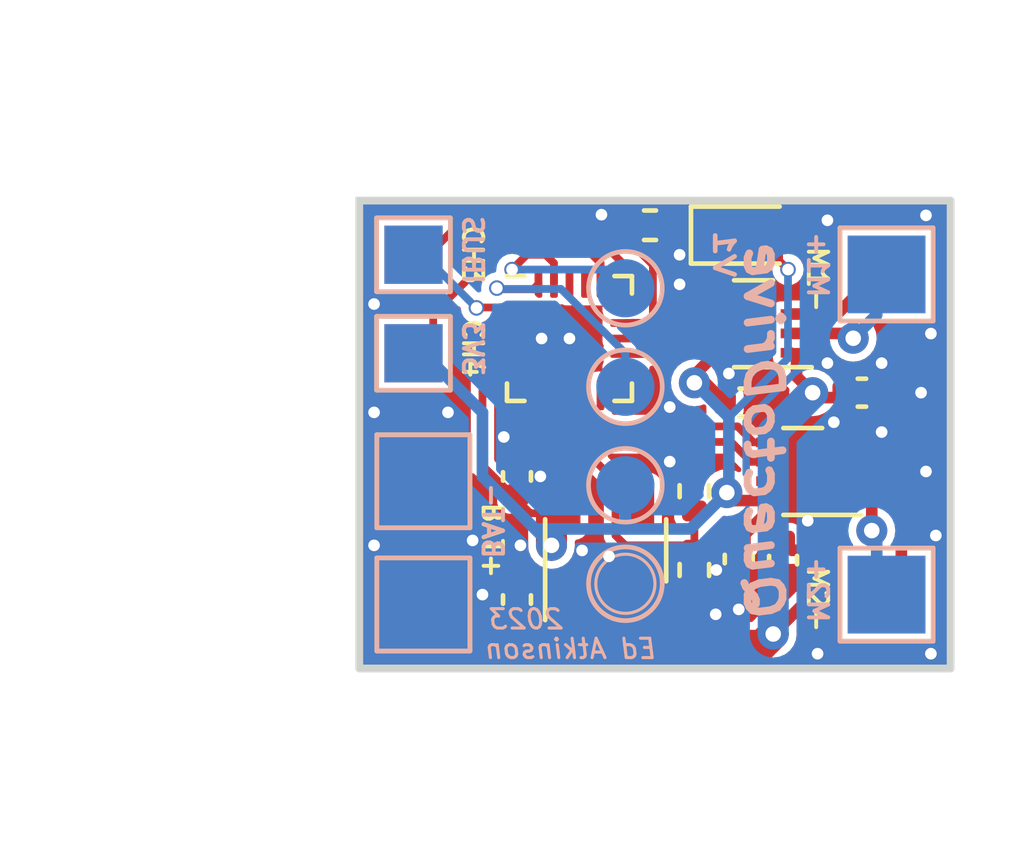
<source format=kicad_pcb>
(kicad_pcb (version 20221018) (generator pcbnew)
  (layers (0 "F.Cu" signal) (31 "B.Cu" signal) (34 "B.Paste" user) (35 "F.Paste" user) (36 "B.SilkS" user "B.Silkscreen") (37 "F.SilkS" user "F.Silkscreen") (38 "B.Mask" user) (39 "F.Mask" user) (44 "Edge.Cuts" user))
  (net 0 "")
  (net 1 "+BATT")
  (net 2 "GND")
  (net 3 "+3.3V")
  (net 4 "/UDPI")
  (net 5 "/IBUS")
  (net 6 "/M1+")
  (net 7 "/M1-")
  (net 8 "/M2+")
  (net 9 "/M2-")
  (net 10 "/IO_2")
  (net 11 "/IO_1")
  (net 12 "/MOT_2A")
  (net 13 "/MOT_1B")
  (net 14 "/MOT_1A")
  (net 15 "/MOT_2B")
  (net 21 "Net-(U2-PB0)")
  (net 24 "Net-(U2-PA4)")
  (net 26 "/DEBUG_TX")
  (net 27 "Net-(D1-K)")
  (footprint "Package_DFN_QFN:VQFN-20-1EP_3x3mm_P0.4mm_EP1.7x1.7mm" (layer "F.Cu") (at 95.587 84.201)
    (fp_text reference "U2" hide)
    (fp_text value "ATtiny1616-M")
    (fp_line (start -1.61 1.61) (end -1.61 1.16) (stroke (width 0.12)) (layer "F.SilkS"))
    (fp_line (start -1.16 -1.61) (end -1.61 -1.61) (stroke (width 0.12)) (layer "F.SilkS"))
    (fp_line (start -1.16 1.61) (end -1.61 1.61) (stroke (width 0.12)) (layer "F.SilkS"))
    (fp_line (start 1.16 -1.61) (end 1.61 -1.61) (stroke (width 0.12)) (layer "F.SilkS"))
    (fp_line (start 1.16 1.61) (end 1.61 1.61) (stroke (width 0.12)) (layer "F.SilkS"))
    (fp_line (start 1.61 -1.61) (end 1.61 -1.16) (stroke (width 0.12)) (layer "F.SilkS"))
    (fp_line (start 1.61 1.61) (end 1.61 1.16) (stroke (width 0.12)) (layer "F.SilkS"))
    (pad "1" smd custom (at -1.45 -0.8) (size 0.143431 0.143431) (layers "F.Cu" "F.Paste" "F.Mask") (net 5 "/IBUS") (options (clearance outline) (anchor circle)) (primitives (gr_poly (pts (xy 0.35 0.000711) (xy 0.35 0.05) (xy -0.35 0.05) (xy -0.35 -0.05) (xy 0.299289 -0.05)) (width 0.1) (fill yes))))
    (pad "2" smd roundrect (at -1.45 -0.4) (size 0.8 0.2) (layers "F.Cu" "F.Paste" "F.Mask"))
    (pad "3" smd roundrect (at -1.45 0) (size 0.8 0.2) (layers "F.Cu" "F.Paste" "F.Mask") (net 2 "GND"))
    (pad "4" smd roundrect (at -1.45 0.4) (size 0.8 0.2) (layers "F.Cu" "F.Paste" "F.Mask") (net 3 "+3.3V"))
    (pad "5" smd custom (at -1.45 0.8) (size 0.143431 0.143431) (layers "F.Cu" "F.Paste" "F.Mask") (net 24 "Net-(U2-PA4)") (options (clearance outline) (anchor circle)) (primitives (gr_poly (pts (xy 0.35 -0.000711) (xy 0.299289 0.05) (xy -0.35 0.05) (xy -0.35 -0.05) (xy 0.35 -0.05)) (width 0.1) (fill yes))))
    (pad "6" smd custom (at -0.8 1.45) (size 0.143431 0.143431) (layers "F.Cu" "F.Paste" "F.Mask") (net 12 "/MOT_2A") (options (clearance outline) (anchor circle)) (primitives (gr_poly (pts (xy 0.05 0.35) (xy -0.05 0.35) (xy -0.05 -0.299289) (xy 0.000711 -0.35) (xy 0.05 -0.35)) (width 0.1) (fill yes))))
    (pad "7" smd roundrect (at -0.4 1.45) (size 0.2 0.8) (layers "F.Cu" "F.Paste" "F.Mask") (net 15 "/MOT_2B"))
    (pad "8" smd roundrect (at 0 1.45) (size 0.2 0.8) (layers "F.Cu" "F.Paste" "F.Mask"))
    (pad "9" smd roundrect (at 0.4 1.45) (size 0.2 0.8) (layers "F.Cu" "F.Paste" "F.Mask"))
    (pad "10" smd custom (at 0.8 1.45) (size 0.143431 0.143431) (layers "F.Cu" "F.Paste" "F.Mask") (options (clearance outline) (anchor circle)) (primitives (gr_poly (pts (xy 0.05 -0.299289) (xy 0.05 0.35) (xy -0.05 0.35) (xy -0.05 -0.35) (xy -0.000711 -0.35)) (width 0.1) (fill yes))))
    (pad "11" smd custom (at 1.45 0.8) (size 0.143431 0.143431) (layers "F.Cu" "F.Paste" "F.Mask") (options (clearance outline) (anchor circle)) (primitives (gr_poly (pts (xy 0.35 0.05) (xy -0.299289 0.05) (xy -0.35 -0.000711) (xy -0.35 -0.05) (xy 0.35 -0.05)) (width 0.1) (fill yes))))
    (pad "12" smd roundrect (at 1.45 0.4) (size 0.8 0.2) (layers "F.Cu" "F.Paste" "F.Mask") (net 14 "/MOT_1A"))
    (pad "13" smd roundrect (at 1.45 0) (size 0.8 0.2) (layers "F.Cu" "F.Paste" "F.Mask") (net 13 "/MOT_1B"))
    (pad "14" smd roundrect (at 1.45 -0.4) (size 0.8 0.2) (layers "F.Cu" "F.Paste" "F.Mask") (net 21 "Net-(U2-PB0)"))
    (pad "15" smd custom (at 1.45 -0.8) (size 0.143431 0.143431) (layers "F.Cu" "F.Paste" "F.Mask") (net 11 "/IO_1") (options (clearance outline) (anchor circle)) (primitives (gr_poly (pts (xy 0.35 0.05) (xy -0.35 0.05) (xy -0.35 0.000711) (xy -0.299289 -0.05) (xy 0.35 -0.05)) (width 0.1) (fill yes))))
    (pad "16" smd custom (at 0.8 -1.45) (size 0.143431 0.143431) (layers "F.Cu" "F.Paste" "F.Mask") (net 10 "/IO_2") (options (clearance outline) (anchor circle)) (primitives (gr_poly (pts (xy 0.05 0.299289) (xy -0.000711 0.35) (xy -0.05 0.35) (xy -0.05 -0.35) (xy 0.05 -0.35)) (width 0.1) (fill yes))))
    (pad "17" smd roundrect (at 0.4 -1.45) (size 0.2 0.8) (layers "F.Cu" "F.Paste" "F.Mask"))
    (pad "18" smd roundrect (at 0 -1.45) (size 0.2 0.8) (layers "F.Cu" "F.Paste" "F.Mask"))
    (pad "19" smd roundrect (at -0.4 -1.45) (size 0.2 0.8) (layers "F.Cu" "F.Paste" "F.Mask") (net 4 "/UDPI"))
    (pad "20" smd custom (at -0.8 -1.45) (size 0.143431 0.143431) (layers "F.Cu" "F.Paste" "F.Mask") (net 26 "/DEBUG_TX") (options (clearance outline) (anchor circle)) (primitives (gr_poly (pts (xy 0.05 0.35) (xy 0.000711 0.35) (xy -0.05 0.299289) (xy -0.05 -0.35) (xy 0.05 -0.35)) (width 0.1) (fill yes))))
    (pad "21" smd rect (at 0 0) (size 1.7 1.7) (layers "F.Cu" "F.Mask") (net 2 "GND"))
  )
  (footprint "Resistor_SMD:R_0402_1005Metric" (layer "F.Cu") (at 98.806 88.138 90)
    (fp_text reference "R3" hide)
    (fp_text value "10K")
    (fp_line (start -0.153641 -0.38) (end 0.153641 -0.38) (stroke (width 0.12)) (layer "F.SilkS"))
    (fp_line (start -0.153641 0.38) (end 0.153641 0.38) (stroke (width 0.12)) (layer "F.SilkS"))
    (pad "1" smd roundrect (at -0.51 0 90) (size 0.54 0.64) (layers "F.Cu" "F.Paste" "F.Mask") (net 24 "Net-(U2-PA4)"))
    (pad "2" smd roundrect (at 0.51 0 90) (size 0.54 0.64) (layers "F.Cu" "F.Paste" "F.Mask") (net 2 "GND"))
  )
  (footprint "TestPoint:TestPoint_Pad_2.0x2.0mm" (layer "F.Cu") (at 91.821 87.884)
    (fp_text reference "TP1" hide)
    (fp_text value "POWER")
    (fp_line (start -1.2 -1.2) (end 1.2 -1.2) (stroke (width 0.12)) (layer "F.SilkS"))
    (fp_line (start -1.2 1.2) (end -1.2 -1.2) (stroke (width 0.12)) (layer "F.SilkS"))
    (fp_line (start 1.2 -1.2) (end 1.2 1.2) (stroke (width 0.12)) (layer "F.SilkS"))
    (fp_line (start 1.2 1.2) (end -1.2 1.2) (stroke (width 0.12)) (layer "F.SilkS"))
    (pad "1" smd rect (at 0 0) (size 2 2) (layers "F.Cu" "F.Mask") (net 1 "+BATT"))
  )
  (footprint "TestPoint:TestPoint_Pad_1.5x1.5mm" (layer "F.Cu") (at 91.567 82.042)
    (fp_text reference "TP10" hide)
    (fp_text value "IO")
    (fp_line (start -0.95 -0.95) (end 0.95 -0.95) (stroke (width 0.12)) (layer "F.SilkS"))
    (fp_line (start -0.95 0.95) (end -0.95 -0.95) (stroke (width 0.12)) (layer "F.SilkS"))
    (fp_line (start 0.95 -0.95) (end 0.95 0.95) (stroke (width 0.12)) (layer "F.SilkS"))
    (fp_line (start 0.95 0.95) (end -0.95 0.95) (stroke (width 0.12)) (layer "F.SilkS"))
    (pad "1" smd rect (at 0 0) (size 1.5 1.5) (layers "F.Cu" "F.Mask") (net 11 "/IO_1"))
  )
  (footprint "Capacitor_SMD:C_0402_1005Metric" (layer "F.Cu") (at 94.234 87.757 90)
    (fp_text reference "C1" hide)
    (fp_text value "1u")
    (fp_line (start -0.107836 -0.36) (end 0.107836 -0.36) (stroke (width 0.12)) (layer "F.SilkS"))
    (fp_line (start -0.107836 0.36) (end 0.107836 0.36) (stroke (width 0.12)) (layer "F.SilkS"))
    (pad "1" smd roundrect (at -0.48 0 90) (size 0.56 0.62) (layers "F.Cu" "F.Paste" "F.Mask") (net 3 "+3.3V"))
    (pad "2" smd roundrect (at 0.48 0 90) (size 0.56 0.62) (layers "F.Cu" "F.Paste" "F.Mask") (net 2 "GND"))
  )
  (footprint "Capacitor_SMD:C_0402_1005Metric" (layer "F.Cu") (at 101.092 89.916 -90)
    (fp_text reference "C9" hide)
    (fp_text value "100n")
    (fp_line (start -0.107836 -0.36) (end 0.107836 -0.36) (stroke (width 0.12)) (layer "F.SilkS"))
    (fp_line (start -0.107836 0.36) (end 0.107836 0.36) (stroke (width 0.12)) (layer "F.SilkS"))
    (pad "1" smd roundrect (at -0.48 0 270) (size 0.56 0.62) (layers "F.Cu" "F.Paste" "F.Mask") (net 1 "+BATT"))
    (pad "2" smd roundrect (at 0.48 0 270) (size 0.56 0.62) (layers "F.Cu" "F.Paste" "F.Mask") (net 2 "GND"))
  )
  (footprint "Resistor_SMD:R_0402_1005Metric" (layer "F.Cu") (at 97.663 81.28)
    (fp_text reference "R1" hide)
    (fp_text value "220R")
    (fp_line (start -0.153641 -0.38) (end 0.153641 -0.38) (stroke (width 0.12)) (layer "F.SilkS"))
    (fp_line (start -0.153641 0.38) (end 0.153641 0.38) (stroke (width 0.12)) (layer "F.SilkS"))
    (pad "1" smd roundrect (at -0.51 0) (size 0.54 0.64) (layers "F.Cu" "F.Paste" "F.Mask") (net 21 "Net-(U2-PB0)"))
    (pad "2" smd roundrect (at 0.51 0) (size 0.54 0.64) (layers "F.Cu" "F.Paste" "F.Mask") (net 27 "Net-(D1-K)"))
  )
  (footprint "TestPoint:TestPoint_Pad_2.0x2.0mm" (layer "F.Cu") (at 103.759 90.805)
    (fp_text reference "TP12" hide)
    (fp_text value "MOTOR")
    (fp_line (start -1.2 -1.2) (end 1.2 -1.2) (stroke (width 0.12)) (layer "F.SilkS"))
    (fp_line (start -1.2 1.2) (end -1.2 -1.2) (stroke (width 0.12)) (layer "F.SilkS"))
    (fp_line (start 1.2 -1.2) (end 1.2 1.2) (stroke (width 0.12)) (layer "F.SilkS"))
    (fp_line (start 1.2 1.2) (end -1.2 1.2) (stroke (width 0.12)) (layer "F.SilkS"))
    (pad "1" smd rect (at 0 0) (size 2 2) (layers "F.Cu" "F.Mask") (net 9 "/M2-"))
  )
  (footprint "Capacitor_SMD:C_0402_1005Metric" (layer "F.Cu") (at 94.234 90.932 90)
    (fp_text reference "C2" hide)
    (fp_text value "100n")
    (fp_line (start -0.107836 -0.36) (end 0.107836 -0.36) (stroke (width 0.12)) (layer "F.SilkS"))
    (fp_line (start -0.107836 0.36) (end 0.107836 0.36) (stroke (width 0.12)) (layer "F.SilkS"))
    (pad "1" smd roundrect (at -0.48 0 90) (size 0.56 0.62) (layers "F.Cu" "F.Paste" "F.Mask") (net 1 "+BATT"))
    (pad "2" smd roundrect (at 0.48 0 90) (size 0.56 0.62) (layers "F.Cu" "F.Paste" "F.Mask") (net 2 "GND"))
  )
  (footprint "Resistor_SMD:R_0402_1005Metric" (layer "F.Cu") (at 98.806 90.17 90)
    (fp_text reference "R2" hide)
    (fp_text value "27K")
    (fp_line (start -0.153641 -0.38) (end 0.153641 -0.38) (stroke (width 0.12)) (layer "F.SilkS"))
    (fp_line (start -0.153641 0.38) (end 0.153641 0.38) (stroke (width 0.12)) (layer "F.SilkS"))
    (pad "1" smd roundrect (at -0.51 0 90) (size 0.54 0.64) (layers "F.Cu" "F.Paste" "F.Mask") (net 1 "+BATT"))
    (pad "2" smd roundrect (at 0.51 0 90) (size 0.54 0.64) (layers "F.Cu" "F.Paste" "F.Mask") (net 24 "Net-(U2-PA4)"))
  )
  (footprint "LED_SMD:LED_0603_1608Metric" (layer "F.Cu") (at 100.203 81.534)
    (fp_text reference "D1" hide)
    (fp_text value "LED")
    (fp_line (start -1.485 -0.735) (end -1.485 0.735) (stroke (width 0.12)) (layer "F.SilkS"))
    (fp_line (start -1.485 0.735) (end 0.8 0.735) (stroke (width 0.12)) (layer "F.SilkS"))
    (fp_line (start 0.8 -0.735) (end -1.485 -0.735) (stroke (width 0.12)) (layer "F.SilkS"))
    (pad "1" smd roundrect (at -0.7875 0) (size 0.875 0.95) (layers "F.Cu" "F.Paste" "F.Mask") (net 27 "Net-(D1-K)"))
    (pad "2" smd roundrect (at 0.7875 0) (size 0.875 0.95) (layers "F.Cu" "F.Paste" "F.Mask") (net 3 "+3.3V"))
  )
  (footprint "TestPoint:TestPoint_Pad_2.0x2.0mm" (layer "F.Cu") (at 91.821 91.059)
    (fp_text reference "TP2" hide)
    (fp_text value "POWER")
    (fp_line (start -1.2 -1.2) (end 1.2 -1.2) (stroke (width 0.12)) (layer "F.SilkS"))
    (fp_line (start -1.2 1.2) (end -1.2 -1.2) (stroke (width 0.12)) (layer "F.SilkS"))
    (fp_line (start 1.2 -1.2) (end 1.2 1.2) (stroke (width 0.12)) (layer "F.SilkS"))
    (fp_line (start 1.2 1.2) (end -1.2 1.2) (stroke (width 0.12)) (layer "F.SilkS"))
    (pad "1" smd rect (at 0 0) (size 2 2) (layers "F.Cu" "F.Mask") (net 1 "+BATT"))
  )
  (footprint "Capacitor_SMD:C_0402_1005Metric" (layer "F.Cu") (at 103.124 85.598)
    (fp_text reference "C8" hide)
    (fp_text value "100n")
    (fp_line (start -0.107836 -0.36) (end 0.107836 -0.36) (stroke (width 0.12)) (layer "F.SilkS"))
    (fp_line (start -0.107836 0.36) (end 0.107836 0.36) (stroke (width 0.12)) (layer "F.SilkS"))
    (pad "1" smd roundrect (at -0.48 0) (size 0.56 0.62) (layers "F.Cu" "F.Paste" "F.Mask") (net 1 "+BATT"))
    (pad "2" smd roundrect (at 0.48 0) (size 0.56 0.62) (layers "F.Cu" "F.Paste" "F.Mask") (net 2 "GND"))
  )
  (footprint "Package_SON:WSON-8-1EP_2x2mm_P0.5mm_EP0.9x1.6mm" (layer "F.Cu") (at 100.33 83.82 180)
    (fp_text reference "U3" hide)
    (fp_text value "DRV8837")
    (fp_line (start -1.5 -1.12) (end 0.5 -1.12) (stroke (width 0.12)) (layer "F.SilkS"))
    (fp_line (start 0.5 1.12) (end -0.5 1.12) (stroke (width 0.12)) (layer "F.SilkS"))
    (pad "1" smd rect (at -0.95 -0.75 180) (size 0.5 0.25) (layers "F.Cu" "F.Paste" "F.Mask") (net 1 "+BATT"))
    (pad "2" smd rect (at -0.95 -0.25 180) (size 0.5 0.25) (layers "F.Cu" "F.Paste" "F.Mask") (net 6 "/M1+"))
    (pad "3" smd rect (at -0.95 0.25 180) (size 0.5 0.25) (layers "F.Cu" "F.Paste" "F.Mask") (net 7 "/M1-"))
    (pad "4" smd rect (at -0.95 0.75 180) (size 0.5 0.25) (layers "F.Cu" "F.Paste" "F.Mask") (net 2 "GND"))
    (pad "5" smd rect (at 0.95 0.75 180) (size 0.5 0.25) (layers "F.Cu" "F.Paste" "F.Mask") (net 13 "/MOT_1B"))
    (pad "6" smd rect (at 0.95 0.25 180) (size 0.5 0.25) (layers "F.Cu" "F.Paste" "F.Mask") (net 14 "/MOT_1A"))
    (pad "7" smd rect (at 0.95 -0.25 180) (size 0.5 0.25) (layers "F.Cu" "F.Paste" "F.Mask") (net 3 "+3.3V"))
    (pad "8" smd rect (at 0.95 -0.75 180) (size 0.5 0.25) (layers "F.Cu" "F.Paste" "F.Mask") (net 3 "+3.3V"))
    (pad "9" smd rect (at 0 0 180) (size 0.9 1.6) (layers "F.Cu" "F.Mask") (net 2 "GND"))
  )
  (footprint "TestPoint:TestPoint_Pad_2.0x2.0mm" (layer "F.Cu") (at 103.759 82.55)
    (fp_text reference "TP16" hide)
    (fp_text value "MOTOR")
    (fp_line (start -1.2 -1.2) (end 1.2 -1.2) (stroke (width 0.12)) (layer "F.SilkS"))
    (fp_line (start -1.2 1.2) (end -1.2 -1.2) (stroke (width 0.12)) (layer "F.SilkS"))
    (fp_line (start 1.2 -1.2) (end 1.2 1.2) (stroke (width 0.12)) (layer "F.SilkS"))
    (fp_line (start 1.2 1.2) (end -1.2 1.2) (stroke (width 0.12)) (layer "F.SilkS"))
    (pad "1" smd rect (at 0 0) (size 2 2) (layers "F.Cu" "F.Mask") (net 7 "/M1-"))
  )
  (footprint "Capacitor_SMD:C_0402_1005Metric" (layer "F.Cu") (at 99.949 89.888 -90)
    (fp_text reference "C6" hide)
    (fp_text value "100n")
    (fp_line (start -0.107836 -0.36) (end 0.107836 -0.36) (stroke (width 0.12)) (layer "F.SilkS"))
    (fp_line (start -0.107836 0.36) (end 0.107836 0.36) (stroke (width 0.12)) (layer "F.SilkS"))
    (pad "1" smd roundrect (at -0.48 0 270) (size 0.56 0.62) (layers "F.Cu" "F.Paste" "F.Mask") (net 3 "+3.3V"))
    (pad "2" smd roundrect (at 0.48 0 270) (size 0.56 0.62) (layers "F.Cu" "F.Paste" "F.Mask") (net 2 "GND"))
  )
  (footprint "Capacitor_SMD:C_0402_1005Metric" (layer "F.Cu") (at 100.076 85.852)
    (fp_text reference "C5" hide)
    (fp_text value "100n")
    (fp_line (start -0.107836 -0.36) (end 0.107836 -0.36) (stroke (width 0.12)) (layer "F.SilkS"))
    (fp_line (start -0.107836 0.36) (end 0.107836 0.36) (stroke (width 0.12)) (layer "F.SilkS"))
    (pad "1" smd roundrect (at -0.48 0) (size 0.56 0.62) (layers "F.Cu" "F.Paste" "F.Mask") (net 3 "+3.3V"))
    (pad "2" smd roundrect (at 0.48 0) (size 0.56 0.62) (layers "F.Cu" "F.Paste" "F.Mask") (net 2 "GND"))
  )
  (footprint "Package_SON:WSON-8-1EP_2x2mm_P0.5mm_EP0.9x1.6mm" (layer "F.Cu") (at 101.6 87.63 180)
    (fp_text reference "U4" hide)
    (fp_text value "DRV8837")
    (fp_line (start -1.5 -1.12) (end 0.5 -1.12) (stroke (width 0.12)) (layer "F.SilkS"))
    (fp_line (start 0.5 1.12) (end -0.5 1.12) (stroke (width 0.12)) (layer "F.SilkS"))
    (pad "1" smd rect (at -0.95 -0.75 180) (size 0.5 0.25) (layers "F.Cu" "F.Paste" "F.Mask") (net 1 "+BATT"))
    (pad "2" smd rect (at -0.95 -0.25 180) (size 0.5 0.25) (layers "F.Cu" "F.Paste" "F.Mask") (net 8 "/M2+"))
    (pad "3" smd rect (at -0.95 0.25 180) (size 0.5 0.25) (layers "F.Cu" "F.Paste" "F.Mask") (net 9 "/M2-"))
    (pad "4" smd rect (at -0.95 0.75 180) (size 0.5 0.25) (layers "F.Cu" "F.Paste" "F.Mask") (net 2 "GND"))
    (pad "5" smd rect (at 0.95 0.75 180) (size 0.5 0.25) (layers "F.Cu" "F.Paste" "F.Mask") (net 15 "/MOT_2B"))
    (pad "6" smd rect (at 0.95 0.25 180) (size 0.5 0.25) (layers "F.Cu" "F.Paste" "F.Mask") (net 12 "/MOT_2A"))
    (pad "7" smd rect (at 0.95 -0.25 180) (size 0.5 0.25) (layers "F.Cu" "F.Paste" "F.Mask") (net 3 "+3.3V"))
    (pad "8" smd rect (at 0.95 -0.75 180) (size 0.5 0.25) (layers "F.Cu" "F.Paste" "F.Mask") (net 3 "+3.3V"))
    (pad "9" smd rect (at 0 0 180) (size 0.9 1.6) (layers "F.Cu" "F.Mask") (net 2 "GND"))
  )
  (footprint "Package_TO_SOT_SMD:SOT-23-5" (layer "F.Cu") (at 96.52 89.662 90)
    (fp_text reference "U1" hide)
    (fp_text value "SPX3819M5-L-1-8")
    (fp_line (start 0 -1.56) (end -1.8 -1.56) (stroke (width 0.12)) (layer "F.SilkS"))
    (fp_line (start 0 -1.56) (end 0.8 -1.56) (stroke (width 0.12)) (layer "F.SilkS"))
    (fp_line (start 0 1.56) (end -0.8 1.56) (stroke (width 0.12)) (layer "F.SilkS"))
    (fp_line (start 0 1.56) (end 0.8 1.56) (stroke (width 0.12)) (layer "F.SilkS"))
    (pad "1" smd roundrect (at -1.1375 -0.95 90) (size 1.325 0.6) (layers "F.Cu" "F.Paste" "F.Mask") (net 1 "+BATT"))
    (pad "2" smd roundrect (at -1.1375 0 90) (size 1.325 0.6) (layers "F.Cu" "F.Paste" "F.Mask") (net 2 "GND"))
    (pad "3" smd roundrect (at -1.1375 0.95 90) (size 1.325 0.6) (layers "F.Cu" "F.Paste" "F.Mask") (net 1 "+BATT"))
    (pad "4" smd roundrect (at 1.1375 0.95 90) (size 1.325 0.6) (layers "F.Cu" "F.Paste" "F.Mask"))
    (pad "5" smd roundrect (at 1.1375 -0.95 90) (size 1.325 0.6) (layers "F.Cu" "F.Paste" "F.Mask") (net 3 "+3.3V"))
  )
  (footprint "TestPoint:TestPoint_Pad_1.5x1.5mm" (layer "F.Cu") (at 91.567 84.582)
    (fp_text reference "TP6" hide)
    (fp_text value "IO")
    (fp_line (start -0.95 -0.95) (end 0.95 -0.95) (stroke (width 0.12)) (layer "F.SilkS"))
    (fp_line (start -0.95 0.95) (end -0.95 -0.95) (stroke (width 0.12)) (layer "F.SilkS"))
    (fp_line (start 0.95 -0.95) (end 0.95 0.95) (stroke (width 0.12)) (layer "F.SilkS"))
    (fp_line (start 0.95 0.95) (end -0.95 0.95) (stroke (width 0.12)) (layer "F.SilkS"))
    (pad "1" smd rect (at 0 0) (size 1.5 1.5) (layers "F.Cu" "F.Mask") (net 10 "/IO_2"))
  )
  (footprint "TestPoint:TestPoint_Pad_D1.5mm" (layer "B.Cu") (at 97.028 90.5256 180)
    (fp_text reference "TP13" hide)
    (fp_text value "PROG")
    (fp_circle (center 0 0) (end 0 -0.95) (stroke (width 0.12)) (fill none) (layer "B.SilkS"))
    (pad "1" smd circle (at 0 0 180) (size 1.5 1.5) (layers "B.Cu" "B.Mask") (net 2 "GND"))
  )
  (footprint "TestPoint:TestPoint_Pad_2.0x2.0mm" (layer "B.Cu") (at 91.821 91.059 180)
    (fp_text reference "TP4" hide)
    (fp_text value "POWER")
    (fp_line (start -1.2 -1.2) (end -1.2 1.2) (stroke (width 0.12)) (layer "B.SilkS"))
    (fp_line (start -1.2 1.2) (end 1.2 1.2) (stroke (width 0.12)) (layer "B.SilkS"))
    (fp_line (start 1.2 -1.2) (end -1.2 -1.2) (stroke (width 0.12)) (layer "B.SilkS"))
    (fp_line (start 1.2 1.2) (end 1.2 -1.2) (stroke (width 0.12)) (layer "B.SilkS"))
    (pad "1" smd rect (at 0 0 180) (size 2 2) (layers "B.Cu" "B.Mask") (net 2 "GND"))
  )
  (footprint "TestPoint:TestPoint_Pad_D1.5mm" (layer "B.Cu") (at 97.028 82.9056 180)
    (fp_text reference "TP5" hide)
    (fp_text value "PROG")
    (fp_circle (center 0 0) (end 0 -0.95) (stroke (width 0.12)) (fill none) (layer "B.SilkS"))
    (pad "1" smd circle (at 0 0 180) (size 1.5 1.5) (layers "B.Cu" "B.Mask") (net 4 "/UDPI"))
  )
  (footprint "TestPoint:TestPoint_Pad_2.0x2.0mm" (layer "B.Cu") (at 103.759 82.55 180)
    (fp_text reference "TP15" hide)
    (fp_text value "MOTOR")
    (fp_line (start -1.2 -1.2) (end -1.2 1.2) (stroke (width 0.12)) (layer "B.SilkS"))
    (fp_line (start -1.2 1.2) (end 1.2 1.2) (stroke (width 0.12)) (layer "B.SilkS"))
    (fp_line (start 1.2 -1.2) (end -1.2 -1.2) (stroke (width 0.12)) (layer "B.SilkS"))
    (fp_line (start 1.2 1.2) (end 1.2 -1.2) (stroke (width 0.12)) (layer "B.SilkS"))
    (pad "1" smd rect (at 0 0 180) (size 2 2) (layers "B.Cu" "B.Mask") (net 6 "/M1+"))
  )
  (footprint "TestPoint:TestPoint_Pad_2.0x2.0mm" (layer "B.Cu") (at 91.821 87.884 180)
    (fp_text reference "TP3" hide)
    (fp_text value "POWER")
    (fp_line (start -1.2 -1.2) (end -1.2 1.2) (stroke (width 0.12)) (layer "B.SilkS"))
    (fp_line (start -1.2 1.2) (end 1.2 1.2) (stroke (width 0.12)) (layer "B.SilkS"))
    (fp_line (start 1.2 -1.2) (end -1.2 -1.2) (stroke (width 0.12)) (layer "B.SilkS"))
    (fp_line (start 1.2 1.2) (end 1.2 -1.2) (stroke (width 0.12)) (layer "B.SilkS"))
    (pad "1" smd rect (at 0 0 180) (size 2 2) (layers "B.Cu" "B.Mask") (net 2 "GND"))
  )
  (footprint "TestPoint:TestPoint_Pad_2.0x2.0mm" (layer "B.Cu") (at 103.759 90.805 180)
    (fp_text reference "TP11" hide)
    (fp_text value "MOTOR")
    (fp_line (start -1.2 -1.2) (end -1.2 1.2) (stroke (width 0.12)) (layer "B.SilkS"))
    (fp_line (start -1.2 1.2) (end 1.2 1.2) (stroke (width 0.12)) (layer "B.SilkS"))
    (fp_line (start 1.2 -1.2) (end -1.2 -1.2) (stroke (width 0.12)) (layer "B.SilkS"))
    (fp_line (start 1.2 1.2) (end 1.2 -1.2) (stroke (width 0.12)) (layer "B.SilkS"))
    (pad "1" smd rect (at 0 0 180) (size 2 2) (layers "B.Cu" "B.Mask") (net 8 "/M2+"))
  )
  (footprint "TestPoint:TestPoint_Pad_D1.5mm" (layer "B.Cu") (at 97.028 87.9856 180)
    (fp_text reference "TP7" hide)
    (fp_text value "PROG")
    (fp_circle (center 0 0) (end 0 -0.95) (stroke (width 0.12)) (fill none) (layer "B.SilkS"))
    (pad "1" smd circle (at 0 0 180) (size 1.5 1.5) (layers "B.Cu" "B.Mask") (net 3 "+3.3V"))
  )
  (footprint "TestPoint:TestPoint_Pad_D1.5mm" (layer "B.Cu") (at 97.028 85.4456 180)
    (fp_text reference "TP14" hide)
    (fp_text value "PROG")
    (fp_circle (center 0 0) (end 0 -0.95) (stroke (width 0.12)) (fill none) (layer "B.SilkS"))
    (pad "1" smd circle (at 0 0 180) (size 1.5 1.5) (layers "B.Cu" "B.Mask") (net 26 "/DEBUG_TX"))
  )
  (footprint "TestPoint:TestPoint_Pad_1.5x1.5mm" (layer "B.Cu") (at 91.567 82.042 180)
    (fp_text reference "TP9" hide)
    (fp_text value "IO")
    (fp_line (start -0.95 -0.95) (end -0.95 0.95) (stroke (width 0.12)) (layer "B.SilkS"))
    (fp_line (start -0.95 0.95) (end 0.95 0.95) (stroke (width 0.12)) (layer "B.SilkS"))
    (fp_line (start 0.95 -0.95) (end -0.95 -0.95) (stroke (width 0.12)) (layer "B.SilkS"))
    (fp_line (start 0.95 0.95) (end 0.95 -0.95) (stroke (width 0.12)) (layer "B.SilkS"))
    (pad "1" smd rect (at 0 0 180) (size 1.5 1.5) (layers "B.Cu" "B.Mask") (net 5 "/IBUS"))
  )
  (footprint "TestPoint:TestPoint_Pad_1.5x1.5mm" (layer "B.Cu") (at 91.567 84.582 180)
    (fp_text reference "TP8" hide)
    (fp_text value "IO")
    (fp_line (start -0.95 -0.95) (end -0.95 0.95) (stroke (width 0.12)) (layer "B.SilkS"))
    (fp_line (start -0.95 0.95) (end 0.95 0.95) (stroke (width 0.12)) (layer "B.SilkS"))
    (fp_line (start 0.95 -0.95) (end -0.95 -0.95) (stroke (width 0.12)) (layer "B.SilkS"))
    (fp_line (start 0.95 0.95) (end 0.95 -0.95) (stroke (width 0.12)) (layer "B.SilkS"))
    (pad "1" smd rect (at 0 0 180) (size 1.5 1.5) (layers "B.Cu" "B.Mask") (net 3 "+3.3V"))
  )
  (gr_circle (center 97.028 90.5256) (end 97.79 90.5256) (stroke (width 0.08)) (fill none) (layer "B.SilkS"))
  (gr_rect (start 90.17 80.645) (end 105.41 92.71) (stroke (width 0.2)) (fill none) (layer "Edge.Cuts"))
  (gr_text "2023" (at 94.488 91.44) (layer "B.SilkS") (effects (font (size 0.5 0.5) (thickness 0.08) italic) (justify mirror)))
  (gr_text "V1" (at 99.568 82.042 270) (layer "B.SilkS") (effects (font (size 0.5 0.7) (thickness 0.12) bold italic) (justify mirror)))
  (gr_text "M1+" (at 101.981 82.296 270) (layer "B.SilkS") (effects (font (size 0.5 0.5) (thickness 0.1) bold) (justify mirror)))
  (gr_text "QuectoDrive" (at 100.584 86.614 270) (layer "B.SilkS") (effects (font (size 0.9 1.1) (thickness 0.2) bold italic) (justify mirror)))
  (gr_text "IBUS" (at 93.091 81.915 270) (layer "B.SilkS") (effects (font (size 0.5 0.5) (thickness 0.1) bold) (justify mirror)))
  (gr_text "Ed Atkinson" (at 95.631 92.202) (layer "B.SilkS") (effects (font (size 0.5 0.5) (thickness 0.08) italic) (justify mirror)))
  (gr_text "M2+" (at 101.981 90.678 270) (layer "B.SilkS") (effects (font (size 0.5 0.5) (thickness 0.1) bold) (justify mirror)))
  (gr_text "BAT-" (at 93.599 88.9 270) (layer "B.SilkS") (effects (font (size 0.5 0.5) (thickness 0.1) bold) (justify mirror)))
  (gr_text "3V3" (at 93.091 84.455 270) (layer "B.SilkS") (effects (font (size 0.5 0.5) (thickness 0.1) bold) (justify mirror)))
  (gr_text "CH3" (at 93.091 82.042 270) (layer "F.SilkS") (effects (font (size 0.5 0.5) (thickness 0.1) bold)))
  (gr_text "CH4" (at 93.091 84.455 270) (layer "F.SilkS") (effects (font (size 0.5 0.5) (thickness 0.1) bold)))
  (gr_text "M2-" (at 101.981 90.932 270) (layer "F.SilkS") (effects (font (size 0.5 0.5) (thickness 0.1))))
  (gr_text "M1-" (at 101.981 82.677 270) (layer "F.SilkS") (effects (font (size 0.5 0.5) (thickness 0.1) bold)))
  (gr_text "BAT+" (at 93.599 89.408 270) (layer "F.SilkS") (effects (font (size 0.5 0.5) (thickness 0.1) bold)))
  (segment (start 94.3235 92.113) (end 100.546 92.113) (width 0.8) (layer "F.Cu") (net 1))
  (segment (start 92.075 90.805) (end 93.383 92.113) (width 0.8) (layer "F.Cu") (net 1))
  (segment (start 97.47 92.136) (end 97.536 92.202) (width 0.2) (layer "F.Cu") (net 1))
  (segment (start 94.234 91.412) (end 94.234 92.2025) (width 0.2) (layer "F.Cu") (net 1))
  (segment (start 101.869818 89.662) (end 102.55 88.981818) (width 0.3) (layer "F.Cu") (net 1))
  (segment (start 101.854 89.662) (end 101.318 89.662) (width 0.3) (layer "F.Cu") (net 1))
  (segment (start 102.55 88.981818) (end 102.55 88.38) (width 0.3) (layer "F.Cu") (net 1))
  (segment (start 91.821 88.124) (end 91.821 90.311) (width 1.5) (layer "F.Cu") (net 1))
  (segment (start 101.854 89.662) (end 101.869818 89.662) (width 0.3) (layer "F.Cu") (net 1))
  (segment (start 95.57 90.7995) (end 95.57 92.014) (width 0.8) (layer "F.Cu") (net 1))
  (segment (start 101.854 90.805) (end 100.838 91.821) (width 0.3) (layer "F.Cu") (net 1))
  (segment (start 101.318 89.662) (end 101.092 89.436) (width 0.3) (layer "F.Cu") (net 1))
  (segment (start 101.854 89.662) (end 101.854 90.805) (width 0.3) (layer "F.Cu") (net 1))
  (segment (start 97.47 90.7995) (end 97.47 92.136) (width 0.8) (layer "F.Cu") (net 1))
  (segment (start 101.981 85.725) (end 102.517 85.725) (width 0.3) (layer "F.Cu") (net 1))
  (segment (start 93.383 92.113) (end 94.3235 92.113) (width 0.8) (layer "F.Cu") (net 1))
  (segment (start 101.854 85.598) (end 101.43952 85.18352) (width 0.3) (layer "F.Cu") (net 1))
  (segment (start 98.806 90.68) (end 98.806 91.948) (width 0.3) (layer "F.Cu") (net 1))
  (segment (start 101.43952 84.72952) (end 101.28 84.57) (width 0.3) (layer "F.Cu") (net 1))
  (segment (start 100.546 92.113) (end 100.838 91.821) (width 0.8) (layer "F.Cu") (net 1))
  (segment (start 101.854 85.598) (end 101.981 85.725) (width 0.3) (layer "F.Cu") (net 1))
  (segment (start 101.43952 85.18352) (end 101.43952 84.72952) (width 0.3) (layer "F.Cu") (net 1))
  (via (at 101.854 85.598) (size 0.8) (drill 0.4) (layers "F.Cu" "B.Cu") (net 1))
  (via (at 100.838 91.821) (size 0.8) (drill 0.4) (layers "F.Cu" "B.Cu") (net 1))
  (segment (start 100.838 91.821) (end 100.838 86.614) (width 0.8) (layer "B.Cu") (net 1))
  (segment (start 100.838 86.614) (end 101.854 85.598) (width 0.8) (layer "B.Cu") (net 1))
  (segment (start 102.55 86.88) (end 101.724022 86.88) (width 0.3) (layer "F.Cu") (net 2))
  (segment (start 94.308 84.201) (end 94.869 84.201) (width 0.2) (layer "F.Cu") (net 2))
  (segment (start 101.6 87.004022) (end 101.6 87.63) (width 0.3) (layer "F.Cu") (net 2))
  (segment (start 95.587 84.201) (end 95.758 84.201) (width 0.2) (layer "F.Cu") (net 2))
  (segment (start 101.724022 86.88) (end 101.6 87.004022) (width 0.3) (layer "F.Cu") (net 2))
  (segment (start 94.869 84.201) (end 95.587 84.201) (width 0.2) (layer "F.Cu") (net 2))
  (via (at 104.775 81.026) (size 0.4) (drill 0.3) (layers "F.Cu" "B.Cu") (net 2))
  (via (at 90.551 83.312) (size 0.4) (drill 0.3) (layers "F.Cu" "B.Cu") (net 2))
  (via (at 94.3235 89.535) (size 0.4) (drill 0.3) (layers "F.Cu" "B.Cu") (net 2))
  (via (at 95.911623 89.666437) (size 0.4) (drill 0.3) (layers "F.Cu" "B.Cu") (net 2))
  (via (at 104.648 85.598) (size 0.4) (drill 0.3) (layers "F.Cu" "B.Cu") (net 2))
  (via (at 101.727 88.9) (size 0.4) (drill 0.3) (layers "F.Cu" "B.Cu") (net 2))
  (via (at 101.981 92.329) (size 0.4) (drill 0.3) (layers "F.Cu" "B.Cu") (net 2))
  (via (at 93.8945 86.741) (size 0.4) (drill 0.3) (layers "F.Cu" "B.Cu") (net 2))
  (via (at 98.425 82.042) (size 0.4) (drill 0.3) (layers "F.Cu" "B.Cu") (net 2))
  (via (at 93.091 89.408) (size 0.4) (drill 0.3) (layers "F.Cu" "B.Cu") (net 2))
  (via (at 95.587 84.201) (size 0.4) (drill 0.3) (layers "F.Cu" "B.Cu") (net 2))
  (via (at 96.411031 81.00797) (size 0.4) (drill 0.3) (layers "F.Cu" "B.Cu") (net 2))
  (via (at 90.551 86.106) (size 0.4) (drill 0.3) (layers "F.Cu" "B.Cu") (net 2))
  (via (at 98.171 87.376) (size 0.4) (drill 0.3) (layers "F.Cu" "B.Cu") (net 2))
  (via (at 102.235 81.153) (size 0.4) (drill 0.3) (layers "F.Cu" "B.Cu") (net 2))
  (via (at 102.3995 86.36) (size 0.4) (drill 0.3) (layers "F.Cu" "B.Cu") (net 2))
  (via (at 96.605532 89.818932) (size 0.4) (drill 0.3) (layers "F.Cu" "B.Cu") (net 2))
  (via (at 99.695 85.103) (size 0.4) (drill 0.3) (layers "F.Cu" "B.Cu") (net 2))
  (via (at 102.235 84.836) (size 0.4) (drill 0.3) (layers "F.Cu" "B.Cu") (net 2))
  (via (at 99.949 91.186) (size 0.4) (drill 0.3) (layers "F.Cu" "B.Cu") (net 2))
  (via (at 98.425 82.804) (size 0.4) (drill 0.3) (layers "F.Cu" "B.Cu") (net 2))
  (via (at 99.371888 90.169987) (size 0.4) (drill 0.3) (layers "F.Cu" "B.Cu") (net 2))
  (via (at 105.029 89.281) (size 0.4) (drill 0.3) (layers "F.Cu" "B.Cu") (net 2))
  (via (at 104.902 84.074) (size 0.4) (drill 0.3) (layers "F.Cu" "B.Cu") (net 2))
  (via (at 104.775 87.63) (size 0.4) (drill 0.3) (layers "F.Cu" "B.Cu") (net 2))
  (via (at 99.3555 91.313) (size 0.4) (drill 0.3) (layers "F.Cu" "B.Cu") (net 2))
  (via (at 92.456 86.106) (size 0.4) (drill 0.3) (layers "F.Cu" "B.Cu") (net 2))
  (via (at 94.869 84.201) (size 0.4) (drill 0.3) (layers "F.Cu" "B.Cu") (net 2))
  (via (at 104.902 92.329) (size 0.4) (drill 0.3) (layers "F.Cu" "B.Cu") (net 2))
  (via (at 103.632 86.614) (size 0.4) (drill 0.3) (layers "F.Cu" "B.Cu") (net 2))
  (via (at 98.171 85.96898) (size 0.4) (drill 0.3) (layers "F.Cu" "B.Cu") (net 2))
  (via (at 94.836571 87.757) (size 0.4) (drill 0.3) (layers "F.Cu" "B.Cu") (net 2))
  (via (at 90.551 89.535) (size 0.4) (drill 0.3) (layers "F.Cu" "B.Cu") (net 2))
  (via (at 93.345 90.805) (size 0.4) (drill 0.3) (layers "F.Cu" "B.Cu") (net 2))
  (via (at 103.632 84.836) (size 0.4) (drill 0.3) (layers "F.Cu" "B.Cu") (net 2))
  (segment (start 91.821 87.884) (end 91.821 90.551) (width 1.5) (layer "B.Cu") (net 2))
  (segment (start 99.642777 88.17436) (end 99.848417 88.38) (width 0.3) (layer "F.Cu") (net 3))
  (segment (start 98.806 85.144) (end 99.38 84.57) (width 0.3) (layer "F.Cu") (net 3))
  (segment (start 100.9905 82.1945) (end 101.219 82.423) (width 0.2) (layer "F.Cu") (net 3))
  (segment (start 99.38 84.07) (end 99.38 84.57) (width 0.3) (layer "F.Cu") (net 3))
  (segment (start 100.65 87.88) (end 100.65 88.38) (width 0.3) (layer "F.Cu") (net 3))
  (segment (start 98.806 85.344) (end 98.806 85.144) (width 0.3) (layer "F.Cu") (net 3))
  (segment (start 94.576373 88.7065) (end 95.123 88.7065) (width 0.2) (layer "F.Cu") (net 3))
  (segment (start 99.088 85.344) (end 99.596 85.852) (width 0.3) (layer "F.Cu") (net 3))
  (segment (start 98.806 85.344) (end 99.088 85.344) (width 0.3) (layer "F.Cu") (net 3))
  (segment (start 100.65 88.707) (end 99.949 89.408) (width 0.3) (layer "F.Cu") (net 3))
  (segment (start 95.123 89.535) (end 95.123 88.7065) (width 0.8) (layer "F.Cu") (net 3))
  (segment (start 94.137 84.601) (end 93.58 84.601) (width 0.2) (layer "F.Cu") (net 3))
  (segment (start 93.345 87.475127) (end 94.576373 88.7065) (width 0.2) (layer "F.Cu") (net 3))
  (segment (start 99.848417 88.38) (end 100.65 88.38) (width 0.3) (layer "F.Cu") (net 3))
  (segment (start 100.65 88.38) (end 100.65 88.707) (width 0.3) (layer "F.Cu") (net 3))
  (segment (start 95.123 88.7065) (end 95.4375 88.392) (width 0.8) (layer "F.Cu") (net 3))
  (segment (start 93.345 84.836) (end 93.345 87.475127) (width 0.2) (layer "F.Cu") (net 3))
  (segment (start 100.9905 81.534) (end 100.9905 82.1945) (width 0.2) (layer "F.Cu") (net 3))
  (segment (start 93.58 84.601) (end 93.345 84.836) (width 0.2) (layer "F.Cu") (net 3))
  (via (at 95.123 89.535) (size 0.8) (drill 0.4) (layers "F.Cu" "B.Cu") (net 3))
  (via (at 101.219 82.423) (size 0.4) (drill 0.3) (layers "F.Cu" "B.Cu") (net 3))
  (via (at 98.806 85.344) (size 0.8) (drill 0.4) (layers "F.Cu" "B.Cu") (net 3))
  (via (at 99.642777 88.17436) (size 0.8) (drill 0.4) (layers "F.Cu" "B.Cu") (net 3))
  (segment (start 101.219 84.709) (end 99.695 86.233) (width 0.2) (layer "B.Cu") (net 3))
  (segment (start 99.695 86.233) (end 98.806 85.344) (width 0.3) (layer "B.Cu") (net 3))
  (segment (start 92.075 84.836) (end 92.075 84.455) (width 0.3) (layer "B.Cu") (net 3))
  (segment (start 99.642777 88.17436) (end 98.705137 89.112) (width 0.3) (layer "B.Cu") (net 3))
  (segment (start 99.695 88.122137) (end 99.695 86.233) (width 0.3) (layer "B.Cu") (net 3))
  (segment (start 95.123 89.535) (end 94.7 89.112) (width 0.3) (layer "B.Cu") (net 3))
  (segment (start 94.7 89.112) (end 97.028 89.112) (width 0.3) (layer "B.Cu") (net 3))
  (segment (start 101.219 82.423) (end 101.219 84.709) (width 0.2) (layer "B.Cu") (net 3))
  (segment (start 93.345 87.757) (end 93.345 86.106) (width 0.3) (layer "B.Cu") (net 3))
  (segment (start 93.345 86.106) (end 92.075 84.836) (width 0.3) (layer "B.Cu") (net 3))
  (segment (start 97.028 87.9856) (end 97.028 89.112) (width 0.3) (layer "B.Cu") (net 3))
  (segment (start 99.642777 88.17436) (end 99.695 88.122137) (width 0.3) (layer "B.Cu") (net 3))
  (segment (start 98.705137 89.112) (end 97.028 89.112) (width 0.3) (layer "B.Cu") (net 3))
  (segment (start 95.123 89.535) (end 93.345 87.757) (width 0.3) (layer "B.Cu") (net 3))
  (segment (start 95.187 82.256025) (end 94.972975 82.042) (width 0.2) (layer "F.Cu") (net 4))
  (segment (start 95.187 82.751) (end 95.187 82.256025) (width 0.2) (layer "F.Cu") (net 4))
  (segment (start 94.972975 82.042) (end 94.488 82.042) (width 0.2) (layer "F.Cu") (net 4))
  (segment (start 94.488 82.042) (end 94.107 82.423) (width 0.2) (layer "F.Cu") (net 4))
  (via (at 94.107 82.423) (size 0.4) (drill 0.3) (layers "F.Cu" "B.Cu") (net 4))
  (segment (start 94.107 82.423) (end 96.647 82.423) (width 0.2) (layer "B.Cu") (net 4))
  (segment (start 96.647 82.423) (end 97.028 82.804) (width 0.2) (layer "B.Cu") (net 4))
  (segment (start 93.2004 83.401) (end 94.308 83.401) (width 0.2) (layer "F.Cu") (net 5))
  (segment (start 93.1902 83.4112) (end 93.2004 83.401) (width 0.2) (layer "F.Cu") (net 5))
  (via (at 93.1902 83.4112) (size 0.4) (drill 0.3) (layers "F.Cu" "B.Cu") (net 5))
  (segment (start 92.075 82.296) (end 92.075 81.915) (width 0.2) (layer "B.Cu") (net 5))
  (segment (start 93.1902 83.4112) (end 92.075 82.296) (width 0.2) (layer "B.Cu") (net 5))
  (segment (start 102.899752 84.194285) (end 102.775467 84.07) (width 0.3) (layer "F.Cu") (net 6))
  (segment (start 102.775467 84.07) (end 101.28 84.07) (width 0.3) (layer "F.Cu") (net 6))
  (via (at 102.899752 84.194285) (size 0.8) (drill 0.4) (layers "F.Cu" "B.Cu") (net 6))
  (segment (start 102.899752 84.194285) (end 103.505 83.589037) (width 0.3) (layer "B.Cu") (net 6))
  (segment (start 103.505 83.589037) (end 103.505 82.55) (width 0.3) (layer "B.Cu") (net 6))
  (segment (start 102.485 83.57) (end 103.505 82.55) (width 0.3) (layer "F.Cu") (net 7))
  (segment (start 101.28 83.57) (end 102.485 83.57) (width 0.3) (layer "F.Cu") (net 7))
  (segment (start 103.378 88.138) (end 103.12 87.88) (width 0.3) (layer "F.Cu") (net 8))
  (segment (start 103.12 87.88) (end 102.55 87.88) (width 0.3) (layer "F.Cu") (net 8))
  (segment (start 103.378 89.154) (end 103.378 88.138) (width 0.3) (layer "F.Cu") (net 8))
  (via (at 103.378 89.154) (size 0.8) (drill 0.4) (layers "F.Cu" "B.Cu") (net 8))
  (segment (start 103.505 89.281) (end 103.505 90.805) (width 0.3) (layer "B.Cu") (net 8))
  (segment (start 103.378 89.154) (end 103.505 89.281) (width 0.3) (layer "B.Cu") (net 8))
  (segment (start 103.382 87.38) (end 104.14 88.138) (width 0.3) (layer "F.Cu") (net 9))
  (segment (start 102.55 87.38) (end 103.382 87.38) (width 0.3) (layer "F.Cu") (net 9))
  (segment (start 104.14 90.17) (end 103.505 90.805) (width 0.3) (layer "F.Cu") (net 9))
  (segment (start 104.14 88.138) (end 104.14 90.17) (width 0.3) (layer "F.Cu") (net 9))
  (segment (start 96.387 82.256025) (end 95.644764 81.513789) (width 0.2) (layer "F.Cu") (net 10))
  (segment (start 94.127211 81.513789) (end 92.075 83.566) (width 0.2) (layer "F.Cu") (net 10))
  (segment (start 92.075 83.566) (end 92.075 84.455) (width 0.2) (layer "F.Cu") (net 10))
  (segment (start 96.387 82.751) (end 96.387 82.256025) (width 0.2) (layer "F.Cu") (net 10))
  (segment (start 95.644764 81.513789) (end 94.127211 81.513789) (width 0.2) (layer "F.Cu") (net 10))
  (segment (start 95.81045 81.113789) (end 92.876211 81.113789) (width 0.2) (layer "F.Cu") (net 11))
  (segment (start 97.037 83.401) (end 97.037 82.340339) (width 0.2) (layer "F.Cu") (net 11))
  (segment (start 97.037 82.340339) (end 95.81045 81.113789) (width 0.2) (layer "F.Cu") (net 11))
  (segment (start 92.876211 81.113789) (end 92.075 81.915) (width 0.2) (layer "F.Cu") (net 11))
  (segment (start 100.264994 87.38) (end 100.65 87.38) (width 0.2) (layer "F.Cu") (net 12))
  (segment (start 99.753474 86.86848) (end 100.264994 87.38) (width 0.2) (layer "F.Cu") (net 12))
  (segment (start 95.32342 86.86848) (end 99.753474 86.86848) (width 0.2) (layer "F.Cu") (net 12))
  (segment (start 94.787 86.33206) (end 95.32342 86.86848) (width 0.2) (layer "F.Cu") (net 12))
  (segment (start 94.787 85.651) (end 94.787 86.33206) (width 0.2) (layer "F.Cu") (net 12))
  (segment (start 98.990994 83.07) (end 99.38 83.07) (width 0.2) (layer "F.Cu") (net 13))
  (segment (start 98.656 83.411621) (end 98.656 83.404994) (width 0.2) (layer "F.Cu") (net 13))
  (segment (start 97.208 84.201) (end 97.866621 84.201) (width 0.2) (layer "F.Cu") (net 13))
  (segment (start 97.866621 84.201) (end 98.656 83.411621) (width 0.2) (layer "F.Cu") (net 13))
  (segment (start 98.656 83.404994) (end 98.990994 83.07) (width 0.2) (layer "F.Cu") (net 13))
  (segment (start 99.056 83.57) (end 99.055999 83.577308) (width 0.2) (layer "F.Cu") (net 14))
  (segment (start 99.38 83.57) (end 99.056 83.57) (width 0.2) (layer "F.Cu") (net 14))
  (segment (start 99.055999 83.577308) (end 98.032307 84.601) (width 0.2) (layer "F.Cu") (net 14))
  (segment (start 98.032307 84.601) (end 97.208 84.601) (width 0.2) (layer "F.Cu") (net 14))
  (segment (start 95.187 85.651) (end 95.187 86.166374) (width 0.2) (layer "F.Cu") (net 15))
  (segment (start 95.489106 86.46848) (end 99.91916 86.46848) (width 0.2) (layer "F.Cu") (net 15))
  (segment (start 99.91916 86.46848) (end 100.33068 86.88) (width 0.2) (layer "F.Cu") (net 15))
  (segment (start 95.187 86.166374) (end 95.489106 86.46848) (width 0.2) (layer "F.Cu") (net 15))
  (segment (start 100.33068 86.88) (end 100.65 86.88) (width 0.2) (layer "F.Cu") (net 15))
  (segment (start 97.208 83.801) (end 97.555 83.801) (width 0.2) (layer "F.Cu") (net 21))
  (segment (start 97.536 83.801) (end 97.037 83.801) (width 0.2) (layer "F.Cu") (net 21))
  (segment (start 97.153 81.28) (end 97.153 81.719654) (width 0.2) (layer "F.Cu") (net 21))
  (segment (start 97.737 82.303654) (end 97.737 83.6) (width 0.2) (layer "F.Cu") (net 21))
  (segment (start 97.153 81.719654) (end 97.737 82.303654) (width 0.2) (layer "F.Cu") (net 21))
  (segment (start 97.737 83.6) (end 97.536 83.801) (width 0.2) (layer "F.Cu") (net 21))
  (segment (start 97.028 89.535) (end 96.774 89.281) (width 0.2) (layer "F.Cu") (net 24))
  (segment (start 98.806 88.648) (end 98.806 89.66) (width 0.2) (layer "F.Cu") (net 24))
  (segment (start 96.266 87.376) (end 95.265254 87.376) (width 0.2) (layer "F.Cu") (net 24))
  (segment (start 96.774 89.281) (end 96.774 87.884) (width 0.2) (layer "F.Cu") (net 24))
  (segment (start 98.806 89.66) (end 98.681 89.535) (width 0.2) (layer "F.Cu") (net 24))
  (segment (start 96.774 87.884) (end 96.266 87.376) (width 0.2) (layer "F.Cu") (net 24))
  (segment (start 95.265254 87.376) (end 94.137 86.247746) (width 0.2) (layer "F.Cu") (net 24))
  (segment (start 98.681 89.535) (end 97.028 89.535) (width 0.2) (layer "F.Cu") (net 24))
  (segment (start 94.137 86.247746) (end 94.137 85.001) (width 0.2) (layer "F.Cu") (net 24))
  (segment (start 94.651264 82.931) (end 94.787 82.795264) (width 0.2) (layer "F.Cu") (net 26))
  (segment (start 93.715457 82.9015) (end 93.744957 82.931) (width 0.2) (layer "F.Cu") (net 26))
  (segment (start 94.787 82.795264) (end 94.787 82.751) (width 0.2) (layer "F.Cu") (net 26))
  (segment (start 93.744957 82.931) (end 94.651264 82.931) (width 0.2) (layer "F.Cu") (net 26))
  (via (at 93.715457 82.9015) (size 0.4) (drill 0.3) (layers "F.Cu" "B.Cu") (net 26))
  (segment (start 97.028 84.582) (end 97.028 85.344) (width 0.2) (layer "B.Cu") (net 26))
  (segment (start 93.715457 82.9015) (end 93.736957 82.923) (width 0.2) (layer "B.Cu") (net 26))
  (segment (start 95.369 82.923) (end 97.028 84.582) (width 0.2) (layer "B.Cu") (net 26))
  (segment (start 93.736957 82.923) (end 95.369 82.923) (width 0.2) (layer "B.Cu") (net 26))
  (segment (start 99.1615 81.28) (end 99.4155 81.534) (width 0.2) (layer "F.Cu") (net 27))
  (segment (start 98.173 81.28) (end 99.1615 81.28) (width 0.2) (layer "F.Cu") (net 27))
  (zone (net 2) (net_name "GND") (layers "F&B.Cu") (connect_pads yes (clearance 0.128)) (min_thickness 0.128) (fill yes (thermal_gap 0.128) (thermal_bridge_width 1.024))
    (polygon (pts (xy 107.315 94.615) (xy 88.265 94.615) (xy 88.265 78.74) (xy 107.315 78.74)))
  )
)
</source>
